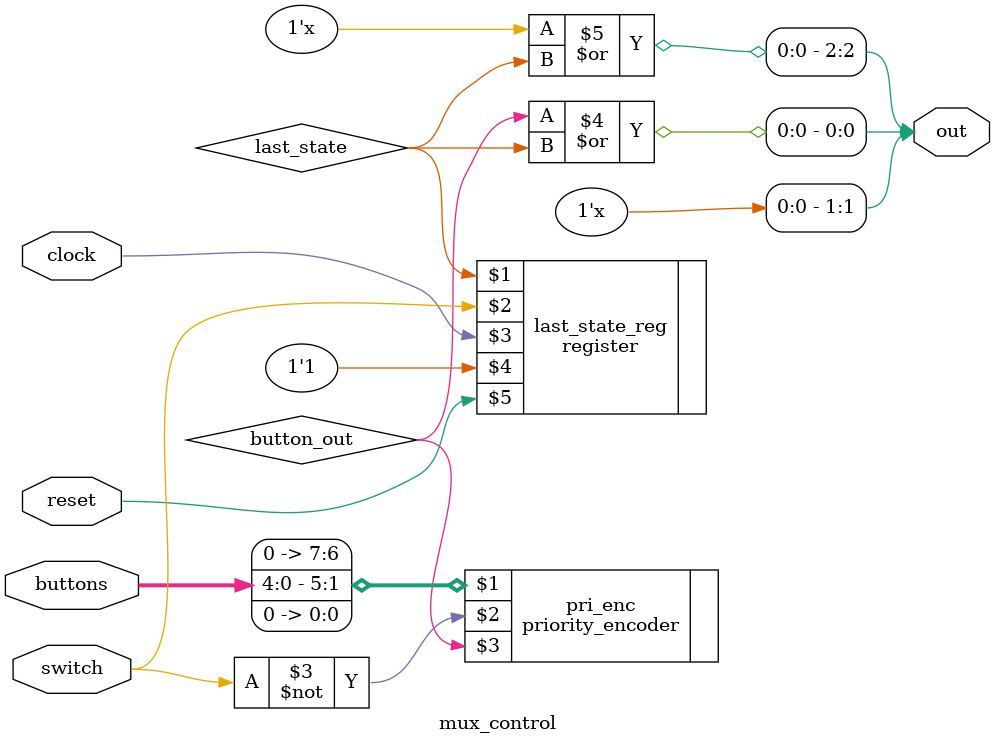
<source format=v>
module mux_control(input [4:0] buttons, input switch, input clock, input reset, output [2:0] out);
	wire last_state;
	register #(1) last_state_reg(last_state, switch, clock, 1'b1, reset);
	wire button_out;
	wire write = ~last_state & switch;
	priority_encoder pri_enc({{2'b0}, {buttons[4:0]}, {1'b0}}, ~switch, button_out);
	assign out[0] = button_out[0] | last_state;
	 assign out[1] = button_out[1];
	 assign out[2] = button_out[2] | last_state;
	
endmodule

</source>
